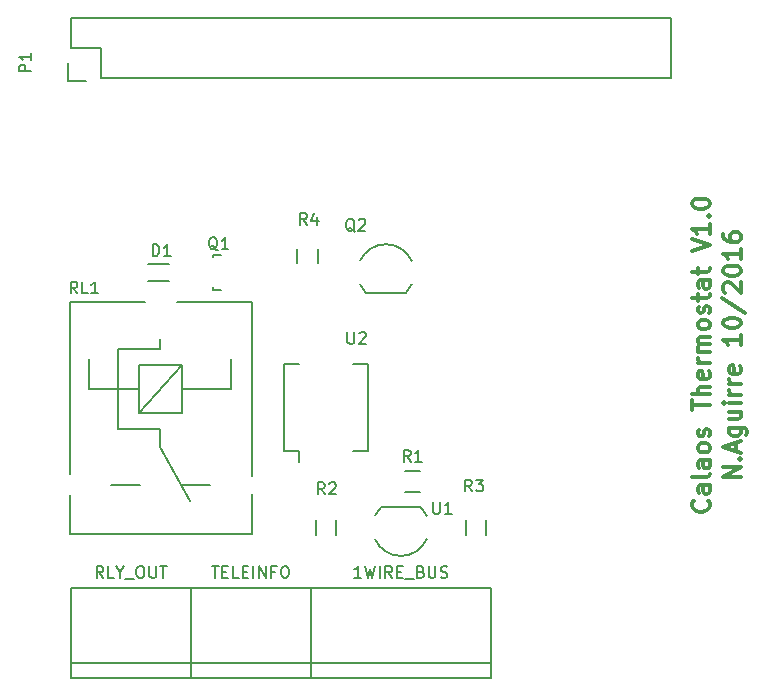
<source format=gto>
G04 #@! TF.FileFunction,Legend,Top*
%FSLAX46Y46*%
G04 Gerber Fmt 4.6, Leading zero omitted, Abs format (unit mm)*
G04 Created by KiCad (PCBNEW 4.0.4-stable) date Thursday 06 October 2016 23:28:34*
%MOMM*%
%LPD*%
G01*
G04 APERTURE LIST*
%ADD10C,0.100000*%
%ADD11C,0.300000*%
%ADD12C,0.150000*%
G04 APERTURE END LIST*
D10*
D11*
X168775771Y-111418661D02*
X167275771Y-111418661D01*
X168775771Y-110561518D01*
X167275771Y-110561518D01*
X168632914Y-109847232D02*
X168704343Y-109775804D01*
X168775771Y-109847232D01*
X168704343Y-109918661D01*
X168632914Y-109847232D01*
X168775771Y-109847232D01*
X168347200Y-109204375D02*
X168347200Y-108490089D01*
X168775771Y-109347232D02*
X167275771Y-108847232D01*
X168775771Y-108347232D01*
X167775771Y-107204375D02*
X168990057Y-107204375D01*
X169132914Y-107275804D01*
X169204343Y-107347232D01*
X169275771Y-107490089D01*
X169275771Y-107704375D01*
X169204343Y-107847232D01*
X168704343Y-107204375D02*
X168775771Y-107347232D01*
X168775771Y-107632946D01*
X168704343Y-107775804D01*
X168632914Y-107847232D01*
X168490057Y-107918661D01*
X168061486Y-107918661D01*
X167918629Y-107847232D01*
X167847200Y-107775804D01*
X167775771Y-107632946D01*
X167775771Y-107347232D01*
X167847200Y-107204375D01*
X167775771Y-105847232D02*
X168775771Y-105847232D01*
X167775771Y-106490089D02*
X168561486Y-106490089D01*
X168704343Y-106418661D01*
X168775771Y-106275803D01*
X168775771Y-106061518D01*
X168704343Y-105918661D01*
X168632914Y-105847232D01*
X168775771Y-105132946D02*
X167775771Y-105132946D01*
X167275771Y-105132946D02*
X167347200Y-105204375D01*
X167418629Y-105132946D01*
X167347200Y-105061518D01*
X167275771Y-105132946D01*
X167418629Y-105132946D01*
X168775771Y-104418660D02*
X167775771Y-104418660D01*
X168061486Y-104418660D02*
X167918629Y-104347232D01*
X167847200Y-104275803D01*
X167775771Y-104132946D01*
X167775771Y-103990089D01*
X168775771Y-103490089D02*
X167775771Y-103490089D01*
X168061486Y-103490089D02*
X167918629Y-103418661D01*
X167847200Y-103347232D01*
X167775771Y-103204375D01*
X167775771Y-103061518D01*
X168704343Y-101990090D02*
X168775771Y-102132947D01*
X168775771Y-102418661D01*
X168704343Y-102561518D01*
X168561486Y-102632947D01*
X167990057Y-102632947D01*
X167847200Y-102561518D01*
X167775771Y-102418661D01*
X167775771Y-102132947D01*
X167847200Y-101990090D01*
X167990057Y-101918661D01*
X168132914Y-101918661D01*
X168275771Y-102632947D01*
X168775771Y-99347233D02*
X168775771Y-100204376D01*
X168775771Y-99775804D02*
X167275771Y-99775804D01*
X167490057Y-99918661D01*
X167632914Y-100061519D01*
X167704343Y-100204376D01*
X167275771Y-98418662D02*
X167275771Y-98275805D01*
X167347200Y-98132948D01*
X167418629Y-98061519D01*
X167561486Y-97990090D01*
X167847200Y-97918662D01*
X168204343Y-97918662D01*
X168490057Y-97990090D01*
X168632914Y-98061519D01*
X168704343Y-98132948D01*
X168775771Y-98275805D01*
X168775771Y-98418662D01*
X168704343Y-98561519D01*
X168632914Y-98632948D01*
X168490057Y-98704376D01*
X168204343Y-98775805D01*
X167847200Y-98775805D01*
X167561486Y-98704376D01*
X167418629Y-98632948D01*
X167347200Y-98561519D01*
X167275771Y-98418662D01*
X167204343Y-96204377D02*
X169132914Y-97490091D01*
X167418629Y-95775805D02*
X167347200Y-95704376D01*
X167275771Y-95561519D01*
X167275771Y-95204376D01*
X167347200Y-95061519D01*
X167418629Y-94990090D01*
X167561486Y-94918662D01*
X167704343Y-94918662D01*
X167918629Y-94990090D01*
X168775771Y-95847233D01*
X168775771Y-94918662D01*
X167275771Y-93990091D02*
X167275771Y-93847234D01*
X167347200Y-93704377D01*
X167418629Y-93632948D01*
X167561486Y-93561519D01*
X167847200Y-93490091D01*
X168204343Y-93490091D01*
X168490057Y-93561519D01*
X168632914Y-93632948D01*
X168704343Y-93704377D01*
X168775771Y-93847234D01*
X168775771Y-93990091D01*
X168704343Y-94132948D01*
X168632914Y-94204377D01*
X168490057Y-94275805D01*
X168204343Y-94347234D01*
X167847200Y-94347234D01*
X167561486Y-94275805D01*
X167418629Y-94204377D01*
X167347200Y-94132948D01*
X167275771Y-93990091D01*
X168775771Y-92061520D02*
X168775771Y-92918663D01*
X168775771Y-92490091D02*
X167275771Y-92490091D01*
X167490057Y-92632948D01*
X167632914Y-92775806D01*
X167704343Y-92918663D01*
X167275771Y-90775806D02*
X167275771Y-91061520D01*
X167347200Y-91204377D01*
X167418629Y-91275806D01*
X167632914Y-91418663D01*
X167918629Y-91490092D01*
X168490057Y-91490092D01*
X168632914Y-91418663D01*
X168704343Y-91347235D01*
X168775771Y-91204377D01*
X168775771Y-90918663D01*
X168704343Y-90775806D01*
X168632914Y-90704377D01*
X168490057Y-90632949D01*
X168132914Y-90632949D01*
X167990057Y-90704377D01*
X167918629Y-90775806D01*
X167847200Y-90918663D01*
X167847200Y-91204377D01*
X167918629Y-91347235D01*
X167990057Y-91418663D01*
X168132914Y-91490092D01*
X165986234Y-113382948D02*
X166057663Y-113454377D01*
X166129091Y-113668663D01*
X166129091Y-113811520D01*
X166057663Y-114025805D01*
X165914806Y-114168663D01*
X165771949Y-114240091D01*
X165486234Y-114311520D01*
X165271949Y-114311520D01*
X164986234Y-114240091D01*
X164843377Y-114168663D01*
X164700520Y-114025805D01*
X164629091Y-113811520D01*
X164629091Y-113668663D01*
X164700520Y-113454377D01*
X164771949Y-113382948D01*
X166129091Y-112097234D02*
X165343377Y-112097234D01*
X165200520Y-112168663D01*
X165129091Y-112311520D01*
X165129091Y-112597234D01*
X165200520Y-112740091D01*
X166057663Y-112097234D02*
X166129091Y-112240091D01*
X166129091Y-112597234D01*
X166057663Y-112740091D01*
X165914806Y-112811520D01*
X165771949Y-112811520D01*
X165629091Y-112740091D01*
X165557663Y-112597234D01*
X165557663Y-112240091D01*
X165486234Y-112097234D01*
X166129091Y-111168662D02*
X166057663Y-111311520D01*
X165914806Y-111382948D01*
X164629091Y-111382948D01*
X166129091Y-109954377D02*
X165343377Y-109954377D01*
X165200520Y-110025806D01*
X165129091Y-110168663D01*
X165129091Y-110454377D01*
X165200520Y-110597234D01*
X166057663Y-109954377D02*
X166129091Y-110097234D01*
X166129091Y-110454377D01*
X166057663Y-110597234D01*
X165914806Y-110668663D01*
X165771949Y-110668663D01*
X165629091Y-110597234D01*
X165557663Y-110454377D01*
X165557663Y-110097234D01*
X165486234Y-109954377D01*
X166129091Y-109025805D02*
X166057663Y-109168663D01*
X165986234Y-109240091D01*
X165843377Y-109311520D01*
X165414806Y-109311520D01*
X165271949Y-109240091D01*
X165200520Y-109168663D01*
X165129091Y-109025805D01*
X165129091Y-108811520D01*
X165200520Y-108668663D01*
X165271949Y-108597234D01*
X165414806Y-108525805D01*
X165843377Y-108525805D01*
X165986234Y-108597234D01*
X166057663Y-108668663D01*
X166129091Y-108811520D01*
X166129091Y-109025805D01*
X166057663Y-107954377D02*
X166129091Y-107811520D01*
X166129091Y-107525805D01*
X166057663Y-107382948D01*
X165914806Y-107311520D01*
X165843377Y-107311520D01*
X165700520Y-107382948D01*
X165629091Y-107525805D01*
X165629091Y-107740091D01*
X165557663Y-107882948D01*
X165414806Y-107954377D01*
X165343377Y-107954377D01*
X165200520Y-107882948D01*
X165129091Y-107740091D01*
X165129091Y-107525805D01*
X165200520Y-107382948D01*
X164629091Y-105740091D02*
X164629091Y-104882948D01*
X166129091Y-105311519D02*
X164629091Y-105311519D01*
X166129091Y-104382948D02*
X164629091Y-104382948D01*
X166129091Y-103740091D02*
X165343377Y-103740091D01*
X165200520Y-103811520D01*
X165129091Y-103954377D01*
X165129091Y-104168662D01*
X165200520Y-104311520D01*
X165271949Y-104382948D01*
X166057663Y-102454377D02*
X166129091Y-102597234D01*
X166129091Y-102882948D01*
X166057663Y-103025805D01*
X165914806Y-103097234D01*
X165343377Y-103097234D01*
X165200520Y-103025805D01*
X165129091Y-102882948D01*
X165129091Y-102597234D01*
X165200520Y-102454377D01*
X165343377Y-102382948D01*
X165486234Y-102382948D01*
X165629091Y-103097234D01*
X166129091Y-101740091D02*
X165129091Y-101740091D01*
X165414806Y-101740091D02*
X165271949Y-101668663D01*
X165200520Y-101597234D01*
X165129091Y-101454377D01*
X165129091Y-101311520D01*
X166129091Y-100811520D02*
X165129091Y-100811520D01*
X165271949Y-100811520D02*
X165200520Y-100740092D01*
X165129091Y-100597234D01*
X165129091Y-100382949D01*
X165200520Y-100240092D01*
X165343377Y-100168663D01*
X166129091Y-100168663D01*
X165343377Y-100168663D02*
X165200520Y-100097234D01*
X165129091Y-99954377D01*
X165129091Y-99740092D01*
X165200520Y-99597234D01*
X165343377Y-99525806D01*
X166129091Y-99525806D01*
X166129091Y-98597234D02*
X166057663Y-98740092D01*
X165986234Y-98811520D01*
X165843377Y-98882949D01*
X165414806Y-98882949D01*
X165271949Y-98811520D01*
X165200520Y-98740092D01*
X165129091Y-98597234D01*
X165129091Y-98382949D01*
X165200520Y-98240092D01*
X165271949Y-98168663D01*
X165414806Y-98097234D01*
X165843377Y-98097234D01*
X165986234Y-98168663D01*
X166057663Y-98240092D01*
X166129091Y-98382949D01*
X166129091Y-98597234D01*
X166057663Y-97525806D02*
X166129091Y-97382949D01*
X166129091Y-97097234D01*
X166057663Y-96954377D01*
X165914806Y-96882949D01*
X165843377Y-96882949D01*
X165700520Y-96954377D01*
X165629091Y-97097234D01*
X165629091Y-97311520D01*
X165557663Y-97454377D01*
X165414806Y-97525806D01*
X165343377Y-97525806D01*
X165200520Y-97454377D01*
X165129091Y-97311520D01*
X165129091Y-97097234D01*
X165200520Y-96954377D01*
X165129091Y-96454377D02*
X165129091Y-95882948D01*
X164629091Y-96240091D02*
X165914806Y-96240091D01*
X166057663Y-96168663D01*
X166129091Y-96025805D01*
X166129091Y-95882948D01*
X166129091Y-94740091D02*
X165343377Y-94740091D01*
X165200520Y-94811520D01*
X165129091Y-94954377D01*
X165129091Y-95240091D01*
X165200520Y-95382948D01*
X166057663Y-94740091D02*
X166129091Y-94882948D01*
X166129091Y-95240091D01*
X166057663Y-95382948D01*
X165914806Y-95454377D01*
X165771949Y-95454377D01*
X165629091Y-95382948D01*
X165557663Y-95240091D01*
X165557663Y-94882948D01*
X165486234Y-94740091D01*
X165129091Y-94240091D02*
X165129091Y-93668662D01*
X164629091Y-94025805D02*
X165914806Y-94025805D01*
X166057663Y-93954377D01*
X166129091Y-93811519D01*
X166129091Y-93668662D01*
X164629091Y-92240091D02*
X166129091Y-91740091D01*
X164629091Y-91240091D01*
X166129091Y-89954377D02*
X166129091Y-90811520D01*
X166129091Y-90382948D02*
X164629091Y-90382948D01*
X164843377Y-90525805D01*
X164986234Y-90668663D01*
X165057663Y-90811520D01*
X165986234Y-89311520D02*
X166057663Y-89240092D01*
X166129091Y-89311520D01*
X166057663Y-89382949D01*
X165986234Y-89311520D01*
X166129091Y-89311520D01*
X164629091Y-88311520D02*
X164629091Y-88168663D01*
X164700520Y-88025806D01*
X164771949Y-87954377D01*
X164914806Y-87882948D01*
X165200520Y-87811520D01*
X165557663Y-87811520D01*
X165843377Y-87882948D01*
X165986234Y-87954377D01*
X166057663Y-88025806D01*
X166129091Y-88168663D01*
X166129091Y-88311520D01*
X166057663Y-88454377D01*
X165986234Y-88525806D01*
X165843377Y-88597234D01*
X165557663Y-88668663D01*
X165200520Y-88668663D01*
X164914806Y-88597234D01*
X164771949Y-88525806D01*
X164700520Y-88454377D01*
X164629091Y-88311520D01*
D12*
X111960000Y-112890000D02*
X111960000Y-116190000D01*
X111960000Y-116190000D02*
X127360000Y-116190000D01*
X127360000Y-116190000D02*
X127360000Y-112840000D01*
X118310000Y-96590000D02*
X111960000Y-96590000D01*
X111960000Y-96590000D02*
X111960000Y-111140000D01*
X121060000Y-96590000D02*
X127360000Y-96590000D01*
X127360000Y-96590000D02*
X127360000Y-111340000D01*
X127310000Y-96590000D02*
X121060000Y-96590000D01*
X115460000Y-112040000D02*
X117910000Y-112040000D01*
X123860000Y-112040000D02*
X121360000Y-112040000D01*
X113610000Y-101440000D02*
X113610000Y-103940000D01*
X119610000Y-100540000D02*
X119610000Y-99740000D01*
X125610000Y-103940000D02*
X125610000Y-101440000D01*
X119610000Y-107340000D02*
X119610000Y-108840000D01*
X119610000Y-108840000D02*
X122110000Y-113440000D01*
X116010000Y-107340000D02*
X116010000Y-100540000D01*
X119610000Y-107340000D02*
X116010000Y-107340000D01*
X119610000Y-100540000D02*
X116010000Y-100540000D01*
X125610000Y-103940000D02*
X121410000Y-103940000D01*
X117810000Y-103940000D02*
X113610000Y-103940000D01*
X117810000Y-105940000D02*
X121410000Y-101940000D01*
X117810000Y-101940000D02*
X121410000Y-101940000D01*
X121410000Y-101940000D02*
X121410000Y-105940000D01*
X121410000Y-105940000D02*
X117810000Y-105940000D01*
X117810000Y-105940000D02*
X117810000Y-101940000D01*
X132360000Y-128370000D02*
X132360000Y-120750000D01*
X147600000Y-128370000D02*
X147600000Y-120750000D01*
X132360000Y-127100000D02*
X147600000Y-127100000D01*
X132360000Y-120750000D02*
X147600000Y-120750000D01*
X132360000Y-128370000D02*
X147600000Y-128370000D01*
X136522305Y-95076990D02*
G75*
G03X137010000Y-95780000I2187695J996990D01*
G01*
X140897695Y-95076990D02*
G75*
G02X140410000Y-95780000I-2187695J996990D01*
G01*
X137010000Y-95780000D02*
X140410000Y-95780000D01*
X136525121Y-93086873D02*
G75*
G02X138710000Y-91680000I2184879J-993127D01*
G01*
X140894879Y-93086873D02*
G75*
G03X138710000Y-91680000I-2184879J-993127D01*
G01*
X162840000Y-72490000D02*
X112040000Y-72490000D01*
X114580000Y-77570000D02*
X162840000Y-77570000D01*
X162840000Y-72490000D02*
X162840000Y-77570000D01*
X112040000Y-72490000D02*
X112040000Y-75030000D01*
X111760000Y-76300000D02*
X111760000Y-77850000D01*
X112040000Y-75030000D02*
X114580000Y-75030000D01*
X114580000Y-75030000D02*
X114580000Y-77570000D01*
X111760000Y-77850000D02*
X113310000Y-77850000D01*
X132360000Y-127100000D02*
X122200000Y-127100000D01*
X132360000Y-128370000D02*
X132360000Y-120750000D01*
X132360000Y-120750000D02*
X122200000Y-120750000D01*
X122200000Y-120750000D02*
X122200000Y-128370000D01*
X122200000Y-128370000D02*
X132360000Y-128370000D01*
X122200000Y-127100000D02*
X112040000Y-127100000D01*
X122200000Y-128370000D02*
X122200000Y-120750000D01*
X122200000Y-120750000D02*
X112040000Y-120750000D01*
X112040000Y-120750000D02*
X112040000Y-128370000D01*
X112040000Y-128370000D02*
X122200000Y-128370000D01*
X124790800Y-95579820D02*
X124089760Y-95579820D01*
X124089760Y-95579820D02*
X124089760Y-95330900D01*
X124089760Y-92780840D02*
X124089760Y-92580180D01*
X124089760Y-92580180D02*
X124790800Y-92580180D01*
X141570000Y-112635000D02*
X140370000Y-112635000D01*
X140370000Y-110885000D02*
X141570000Y-110885000D01*
X132755000Y-116270000D02*
X132755000Y-115070000D01*
X134505000Y-115070000D02*
X134505000Y-116270000D01*
X145455000Y-116270000D02*
X145455000Y-115070000D01*
X147205000Y-115070000D02*
X147205000Y-116270000D01*
X131205000Y-93310000D02*
X131205000Y-92110000D01*
X132955000Y-92110000D02*
X132955000Y-93310000D01*
X142167695Y-114673010D02*
G75*
G03X141680000Y-113970000I-2187695J-996990D01*
G01*
X137792305Y-114673010D02*
G75*
G02X138280000Y-113970000I2187695J-996990D01*
G01*
X141680000Y-113970000D02*
X138280000Y-113970000D01*
X142164879Y-116663127D02*
G75*
G02X139980000Y-118070000I-2184879J993127D01*
G01*
X137795121Y-116663127D02*
G75*
G03X139980000Y-118070000I2184879J993127D01*
G01*
X130065000Y-109185000D02*
X131335000Y-109185000D01*
X130065000Y-101835000D02*
X131335000Y-101835000D01*
X137195000Y-101835000D02*
X135925000Y-101835000D01*
X137195000Y-109185000D02*
X135925000Y-109185000D01*
X130065000Y-109185000D02*
X130065000Y-101835000D01*
X137195000Y-109185000D02*
X137195000Y-101835000D01*
X131335000Y-109185000D02*
X131335000Y-110120000D01*
X118560000Y-94780000D02*
X120360000Y-94780000D01*
X118560000Y-93380000D02*
X120360000Y-93380000D01*
X112585572Y-95842081D02*
X112252238Y-95365890D01*
X112014143Y-95842081D02*
X112014143Y-94842081D01*
X112395096Y-94842081D01*
X112490334Y-94889700D01*
X112537953Y-94937319D01*
X112585572Y-95032557D01*
X112585572Y-95175414D01*
X112537953Y-95270652D01*
X112490334Y-95318271D01*
X112395096Y-95365890D01*
X112014143Y-95365890D01*
X113490334Y-95842081D02*
X113014143Y-95842081D01*
X113014143Y-94842081D01*
X114347477Y-95842081D02*
X113776048Y-95842081D01*
X114061762Y-95842081D02*
X114061762Y-94842081D01*
X113966524Y-94984938D01*
X113871286Y-95080176D01*
X113776048Y-95127795D01*
X136622858Y-119932381D02*
X136051429Y-119932381D01*
X136337143Y-119932381D02*
X136337143Y-118932381D01*
X136241905Y-119075238D01*
X136146667Y-119170476D01*
X136051429Y-119218095D01*
X136956191Y-118932381D02*
X137194286Y-119932381D01*
X137384763Y-119218095D01*
X137575239Y-119932381D01*
X137813334Y-118932381D01*
X138194286Y-119932381D02*
X138194286Y-118932381D01*
X139241905Y-119932381D02*
X138908571Y-119456190D01*
X138670476Y-119932381D02*
X138670476Y-118932381D01*
X139051429Y-118932381D01*
X139146667Y-118980000D01*
X139194286Y-119027619D01*
X139241905Y-119122857D01*
X139241905Y-119265714D01*
X139194286Y-119360952D01*
X139146667Y-119408571D01*
X139051429Y-119456190D01*
X138670476Y-119456190D01*
X139670476Y-119408571D02*
X140003810Y-119408571D01*
X140146667Y-119932381D02*
X139670476Y-119932381D01*
X139670476Y-118932381D01*
X140146667Y-118932381D01*
X140337143Y-120027619D02*
X141099048Y-120027619D01*
X141670477Y-119408571D02*
X141813334Y-119456190D01*
X141860953Y-119503810D01*
X141908572Y-119599048D01*
X141908572Y-119741905D01*
X141860953Y-119837143D01*
X141813334Y-119884762D01*
X141718096Y-119932381D01*
X141337143Y-119932381D01*
X141337143Y-118932381D01*
X141670477Y-118932381D01*
X141765715Y-118980000D01*
X141813334Y-119027619D01*
X141860953Y-119122857D01*
X141860953Y-119218095D01*
X141813334Y-119313333D01*
X141765715Y-119360952D01*
X141670477Y-119408571D01*
X141337143Y-119408571D01*
X142337143Y-118932381D02*
X142337143Y-119741905D01*
X142384762Y-119837143D01*
X142432381Y-119884762D01*
X142527619Y-119932381D01*
X142718096Y-119932381D01*
X142813334Y-119884762D01*
X142860953Y-119837143D01*
X142908572Y-119741905D01*
X142908572Y-118932381D01*
X143337143Y-119884762D02*
X143480000Y-119932381D01*
X143718096Y-119932381D01*
X143813334Y-119884762D01*
X143860953Y-119837143D01*
X143908572Y-119741905D01*
X143908572Y-119646667D01*
X143860953Y-119551429D01*
X143813334Y-119503810D01*
X143718096Y-119456190D01*
X143527619Y-119408571D01*
X143432381Y-119360952D01*
X143384762Y-119313333D01*
X143337143Y-119218095D01*
X143337143Y-119122857D01*
X143384762Y-119027619D01*
X143432381Y-118980000D01*
X143527619Y-118932381D01*
X143765715Y-118932381D01*
X143908572Y-118980000D01*
X136074762Y-90627619D02*
X135979524Y-90580000D01*
X135884286Y-90484762D01*
X135741429Y-90341905D01*
X135646190Y-90294286D01*
X135550952Y-90294286D01*
X135598571Y-90532381D02*
X135503333Y-90484762D01*
X135408095Y-90389524D01*
X135360476Y-90199048D01*
X135360476Y-89865714D01*
X135408095Y-89675238D01*
X135503333Y-89580000D01*
X135598571Y-89532381D01*
X135789048Y-89532381D01*
X135884286Y-89580000D01*
X135979524Y-89675238D01*
X136027143Y-89865714D01*
X136027143Y-90199048D01*
X135979524Y-90389524D01*
X135884286Y-90484762D01*
X135789048Y-90532381D01*
X135598571Y-90532381D01*
X136408095Y-89627619D02*
X136455714Y-89580000D01*
X136550952Y-89532381D01*
X136789048Y-89532381D01*
X136884286Y-89580000D01*
X136931905Y-89627619D01*
X136979524Y-89722857D01*
X136979524Y-89818095D01*
X136931905Y-89960952D01*
X136360476Y-90532381D01*
X136979524Y-90532381D01*
X108662381Y-77038095D02*
X107662381Y-77038095D01*
X107662381Y-76657142D01*
X107710000Y-76561904D01*
X107757619Y-76514285D01*
X107852857Y-76466666D01*
X107995714Y-76466666D01*
X108090952Y-76514285D01*
X108138571Y-76561904D01*
X108186190Y-76657142D01*
X108186190Y-77038095D01*
X108662381Y-75514285D02*
X108662381Y-76085714D01*
X108662381Y-75800000D02*
X107662381Y-75800000D01*
X107805238Y-75895238D01*
X107900476Y-75990476D01*
X107948095Y-76085714D01*
X123970476Y-118932381D02*
X124541905Y-118932381D01*
X124256190Y-119932381D02*
X124256190Y-118932381D01*
X124875238Y-119408571D02*
X125208572Y-119408571D01*
X125351429Y-119932381D02*
X124875238Y-119932381D01*
X124875238Y-118932381D01*
X125351429Y-118932381D01*
X126256191Y-119932381D02*
X125780000Y-119932381D01*
X125780000Y-118932381D01*
X126589524Y-119408571D02*
X126922858Y-119408571D01*
X127065715Y-119932381D02*
X126589524Y-119932381D01*
X126589524Y-118932381D01*
X127065715Y-118932381D01*
X127494286Y-119932381D02*
X127494286Y-118932381D01*
X127970476Y-119932381D02*
X127970476Y-118932381D01*
X128541905Y-119932381D01*
X128541905Y-118932381D01*
X129351429Y-119408571D02*
X129018095Y-119408571D01*
X129018095Y-119932381D02*
X129018095Y-118932381D01*
X129494286Y-118932381D01*
X130065714Y-118932381D02*
X130256191Y-118932381D01*
X130351429Y-118980000D01*
X130446667Y-119075238D01*
X130494286Y-119265714D01*
X130494286Y-119599048D01*
X130446667Y-119789524D01*
X130351429Y-119884762D01*
X130256191Y-119932381D01*
X130065714Y-119932381D01*
X129970476Y-119884762D01*
X129875238Y-119789524D01*
X129827619Y-119599048D01*
X129827619Y-119265714D01*
X129875238Y-119075238D01*
X129970476Y-118980000D01*
X130065714Y-118932381D01*
X114786667Y-119932381D02*
X114453333Y-119456190D01*
X114215238Y-119932381D02*
X114215238Y-118932381D01*
X114596191Y-118932381D01*
X114691429Y-118980000D01*
X114739048Y-119027619D01*
X114786667Y-119122857D01*
X114786667Y-119265714D01*
X114739048Y-119360952D01*
X114691429Y-119408571D01*
X114596191Y-119456190D01*
X114215238Y-119456190D01*
X115691429Y-119932381D02*
X115215238Y-119932381D01*
X115215238Y-118932381D01*
X116215238Y-119456190D02*
X116215238Y-119932381D01*
X115881905Y-118932381D02*
X116215238Y-119456190D01*
X116548572Y-118932381D01*
X116643810Y-120027619D02*
X117405715Y-120027619D01*
X117834286Y-118932381D02*
X118024763Y-118932381D01*
X118120001Y-118980000D01*
X118215239Y-119075238D01*
X118262858Y-119265714D01*
X118262858Y-119599048D01*
X118215239Y-119789524D01*
X118120001Y-119884762D01*
X118024763Y-119932381D01*
X117834286Y-119932381D01*
X117739048Y-119884762D01*
X117643810Y-119789524D01*
X117596191Y-119599048D01*
X117596191Y-119265714D01*
X117643810Y-119075238D01*
X117739048Y-118980000D01*
X117834286Y-118932381D01*
X118691429Y-118932381D02*
X118691429Y-119741905D01*
X118739048Y-119837143D01*
X118786667Y-119884762D01*
X118881905Y-119932381D01*
X119072382Y-119932381D01*
X119167620Y-119884762D01*
X119215239Y-119837143D01*
X119262858Y-119741905D01*
X119262858Y-118932381D01*
X119596191Y-118932381D02*
X120167620Y-118932381D01*
X119881905Y-119932381D02*
X119881905Y-118932381D01*
X124461282Y-92190819D02*
X124366044Y-92143200D01*
X124270806Y-92047962D01*
X124127949Y-91905105D01*
X124032710Y-91857486D01*
X123937472Y-91857486D01*
X123985091Y-92095581D02*
X123889853Y-92047962D01*
X123794615Y-91952724D01*
X123746996Y-91762248D01*
X123746996Y-91428914D01*
X123794615Y-91238438D01*
X123889853Y-91143200D01*
X123985091Y-91095581D01*
X124175568Y-91095581D01*
X124270806Y-91143200D01*
X124366044Y-91238438D01*
X124413663Y-91428914D01*
X124413663Y-91762248D01*
X124366044Y-91952724D01*
X124270806Y-92047962D01*
X124175568Y-92095581D01*
X123985091Y-92095581D01*
X125366044Y-92095581D02*
X124794615Y-92095581D01*
X125080329Y-92095581D02*
X125080329Y-91095581D01*
X124985091Y-91238438D01*
X124889853Y-91333676D01*
X124794615Y-91381295D01*
X140803334Y-110112381D02*
X140470000Y-109636190D01*
X140231905Y-110112381D02*
X140231905Y-109112381D01*
X140612858Y-109112381D01*
X140708096Y-109160000D01*
X140755715Y-109207619D01*
X140803334Y-109302857D01*
X140803334Y-109445714D01*
X140755715Y-109540952D01*
X140708096Y-109588571D01*
X140612858Y-109636190D01*
X140231905Y-109636190D01*
X141755715Y-110112381D02*
X141184286Y-110112381D01*
X141470000Y-110112381D02*
X141470000Y-109112381D01*
X141374762Y-109255238D01*
X141279524Y-109350476D01*
X141184286Y-109398095D01*
X133531314Y-112852461D02*
X133197980Y-112376270D01*
X132959885Y-112852461D02*
X132959885Y-111852461D01*
X133340838Y-111852461D01*
X133436076Y-111900080D01*
X133483695Y-111947699D01*
X133531314Y-112042937D01*
X133531314Y-112185794D01*
X133483695Y-112281032D01*
X133436076Y-112328651D01*
X133340838Y-112376270D01*
X132959885Y-112376270D01*
X133912266Y-111947699D02*
X133959885Y-111900080D01*
X134055123Y-111852461D01*
X134293219Y-111852461D01*
X134388457Y-111900080D01*
X134436076Y-111947699D01*
X134483695Y-112042937D01*
X134483695Y-112138175D01*
X134436076Y-112281032D01*
X133864647Y-112852461D01*
X134483695Y-112852461D01*
X146005254Y-112601001D02*
X145671920Y-112124810D01*
X145433825Y-112601001D02*
X145433825Y-111601001D01*
X145814778Y-111601001D01*
X145910016Y-111648620D01*
X145957635Y-111696239D01*
X146005254Y-111791477D01*
X146005254Y-111934334D01*
X145957635Y-112029572D01*
X145910016Y-112077191D01*
X145814778Y-112124810D01*
X145433825Y-112124810D01*
X146338587Y-111601001D02*
X146957635Y-111601001D01*
X146624301Y-111981953D01*
X146767159Y-111981953D01*
X146862397Y-112029572D01*
X146910016Y-112077191D01*
X146957635Y-112172430D01*
X146957635Y-112410525D01*
X146910016Y-112505763D01*
X146862397Y-112553382D01*
X146767159Y-112601001D01*
X146481444Y-112601001D01*
X146386206Y-112553382D01*
X146338587Y-112505763D01*
X132017474Y-90045801D02*
X131684140Y-89569610D01*
X131446045Y-90045801D02*
X131446045Y-89045801D01*
X131826998Y-89045801D01*
X131922236Y-89093420D01*
X131969855Y-89141039D01*
X132017474Y-89236277D01*
X132017474Y-89379134D01*
X131969855Y-89474372D01*
X131922236Y-89521991D01*
X131826998Y-89569610D01*
X131446045Y-89569610D01*
X132874617Y-89379134D02*
X132874617Y-90045801D01*
X132636521Y-88998182D02*
X132398426Y-89712468D01*
X133017474Y-89712468D01*
X142709995Y-113503461D02*
X142709995Y-114312985D01*
X142757614Y-114408223D01*
X142805233Y-114455842D01*
X142900471Y-114503461D01*
X143090948Y-114503461D01*
X143186186Y-114455842D01*
X143233805Y-114408223D01*
X143281424Y-114312985D01*
X143281424Y-113503461D01*
X144281424Y-114503461D02*
X143709995Y-114503461D01*
X143995709Y-114503461D02*
X143995709Y-113503461D01*
X143900471Y-113646318D01*
X143805233Y-113741556D01*
X143709995Y-113789175D01*
X135455755Y-99127061D02*
X135455755Y-99936585D01*
X135503374Y-100031823D01*
X135550993Y-100079442D01*
X135646231Y-100127061D01*
X135836708Y-100127061D01*
X135931946Y-100079442D01*
X135979565Y-100031823D01*
X136027184Y-99936585D01*
X136027184Y-99127061D01*
X136455755Y-99222299D02*
X136503374Y-99174680D01*
X136598612Y-99127061D01*
X136836708Y-99127061D01*
X136931946Y-99174680D01*
X136979565Y-99222299D01*
X137027184Y-99317537D01*
X137027184Y-99412775D01*
X136979565Y-99555632D01*
X136408136Y-100127061D01*
X137027184Y-100127061D01*
X118972105Y-92692481D02*
X118972105Y-91692481D01*
X119210200Y-91692481D01*
X119353058Y-91740100D01*
X119448296Y-91835338D01*
X119495915Y-91930576D01*
X119543534Y-92121052D01*
X119543534Y-92263910D01*
X119495915Y-92454386D01*
X119448296Y-92549624D01*
X119353058Y-92644862D01*
X119210200Y-92692481D01*
X118972105Y-92692481D01*
X120495915Y-92692481D02*
X119924486Y-92692481D01*
X120210200Y-92692481D02*
X120210200Y-91692481D01*
X120114962Y-91835338D01*
X120019724Y-91930576D01*
X119924486Y-91978195D01*
M02*

</source>
